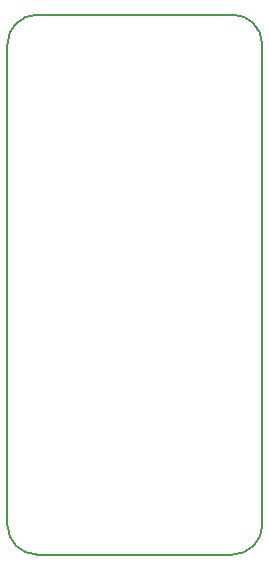
<source format=gbr>
G04 #@! TF.GenerationSoftware,KiCad,Pcbnew,5.0.1*
G04 #@! TF.CreationDate,2018-11-17T00:42:23+11:00*
G04 #@! TF.ProjectId,grove-level-shifter,67726F76652D6C6576656C2D73686966,rev?*
G04 #@! TF.SameCoordinates,Original*
G04 #@! TF.FileFunction,Profile,NP*
%FSLAX46Y46*%
G04 Gerber Fmt 4.6, Leading zero omitted, Abs format (unit mm)*
G04 Created by KiCad (PCBNEW 5.0.1) date Sat 17 Nov 2018 00:42:23 AEDT*
%MOMM*%
%LPD*%
G01*
G04 APERTURE LIST*
%ADD10C,0.150000*%
G04 APERTURE END LIST*
D10*
X30480000Y-25400000D02*
X46990000Y-25400000D01*
X27940000Y-68580000D02*
X27940000Y-27940000D01*
X46990000Y-71120000D02*
X30480000Y-71120000D01*
X49530000Y-27940000D02*
X49530000Y-68580000D01*
X49530000Y-68580000D02*
G75*
G02X46990000Y-71120000I-2540000J0D01*
G01*
X30480000Y-71120000D02*
G75*
G02X27940000Y-68580000I0J2540000D01*
G01*
X27940000Y-27940000D02*
G75*
G02X30480000Y-25400000I2540000J0D01*
G01*
X46990000Y-25400000D02*
G75*
G02X49530000Y-27940000I0J-2540000D01*
G01*
M02*

</source>
